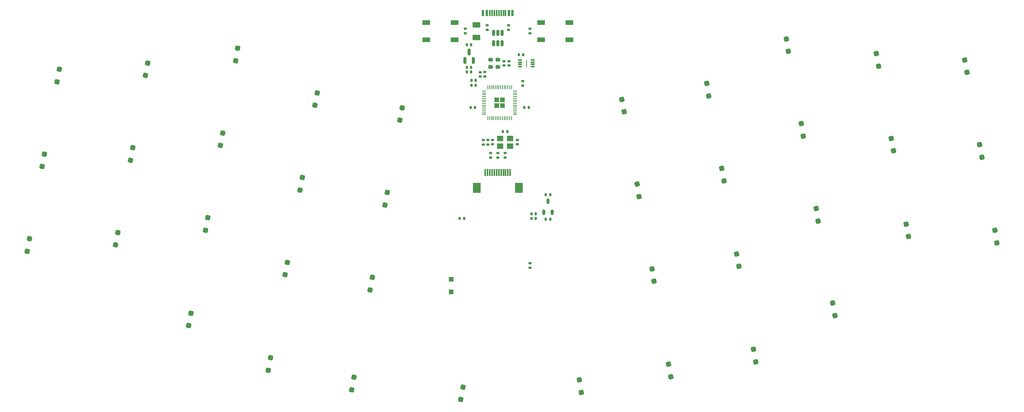
<source format=gbr>
%TF.GenerationSoftware,KiCad,Pcbnew,8.0.8*%
%TF.CreationDate,2025-03-23T01:31:30+01:00*%
%TF.ProjectId,Le Chisoffre,4c652043-6869-4736-9f66-6672652e6b69,rev?*%
%TF.SameCoordinates,Original*%
%TF.FileFunction,Paste,Bot*%
%TF.FilePolarity,Positive*%
%FSLAX46Y46*%
G04 Gerber Fmt 4.6, Leading zero omitted, Abs format (unit mm)*
G04 Created by KiCad (PCBNEW 8.0.8) date 2025-03-23 01:31:30*
%MOMM*%
%LPD*%
G01*
G04 APERTURE LIST*
G04 Aperture macros list*
%AMRoundRect*
0 Rectangle with rounded corners*
0 $1 Rounding radius*
0 $2 $3 $4 $5 $6 $7 $8 $9 X,Y pos of 4 corners*
0 Add a 4 corners polygon primitive as box body*
4,1,4,$2,$3,$4,$5,$6,$7,$8,$9,$2,$3,0*
0 Add four circle primitives for the rounded corners*
1,1,$1+$1,$2,$3*
1,1,$1+$1,$4,$5*
1,1,$1+$1,$6,$7*
1,1,$1+$1,$8,$9*
0 Add four rect primitives between the rounded corners*
20,1,$1+$1,$2,$3,$4,$5,0*
20,1,$1+$1,$4,$5,$6,$7,0*
20,1,$1+$1,$6,$7,$8,$9,0*
20,1,$1+$1,$8,$9,$2,$3,0*%
G04 Aperture macros list end*
%ADD10RoundRect,0.250000X0.347537X-0.243348X0.243348X0.347537X-0.347537X0.243348X-0.243348X-0.347537X0*%
%ADD11RoundRect,0.140000X0.170000X-0.140000X0.170000X0.140000X-0.170000X0.140000X-0.170000X-0.140000X0*%
%ADD12RoundRect,0.250000X0.243348X-0.347537X0.347537X0.243348X-0.243348X0.347537X-0.347537X-0.243348X0*%
%ADD13RoundRect,0.200000X-0.275000X0.200000X-0.275000X-0.200000X0.275000X-0.200000X0.275000X0.200000X0*%
%ADD14RoundRect,0.250000X0.300000X-0.300000X0.300000X0.300000X-0.300000X0.300000X-0.300000X-0.300000X0*%
%ADD15R,0.900000X0.300000*%
%ADD16R,0.250000X1.650000*%
%ADD17R,0.600000X1.450000*%
%ADD18R,0.300000X1.450000*%
%ADD19RoundRect,0.250000X-0.625000X0.375000X-0.625000X-0.375000X0.625000X-0.375000X0.625000X0.375000X0*%
%ADD20RoundRect,0.140000X-0.140000X-0.170000X0.140000X-0.170000X0.140000X0.170000X-0.140000X0.170000X0*%
%ADD21RoundRect,0.135000X0.135000X0.185000X-0.135000X0.185000X-0.135000X-0.185000X0.135000X-0.185000X0*%
%ADD22RoundRect,0.150000X0.150000X-0.450000X0.150000X0.450000X-0.150000X0.450000X-0.150000X-0.450000X0*%
%ADD23RoundRect,0.140000X0.140000X0.170000X-0.140000X0.170000X-0.140000X-0.170000X0.140000X-0.170000X0*%
%ADD24RoundRect,0.250000X0.292217X0.292217X-0.292217X0.292217X-0.292217X-0.292217X0.292217X-0.292217X0*%
%ADD25RoundRect,0.050000X0.387500X0.050000X-0.387500X0.050000X-0.387500X-0.050000X0.387500X-0.050000X0*%
%ADD26RoundRect,0.050000X0.050000X0.387500X-0.050000X0.387500X-0.050000X-0.387500X0.050000X-0.387500X0*%
%ADD27R,1.700000X1.000000*%
%ADD28RoundRect,0.135000X-0.185000X0.135000X-0.185000X-0.135000X0.185000X-0.135000X0.185000X0.135000X0*%
%ADD29RoundRect,0.150000X0.150000X-0.512500X0.150000X0.512500X-0.150000X0.512500X-0.150000X-0.512500X0*%
%ADD30RoundRect,0.135000X0.185000X-0.135000X0.185000X0.135000X-0.185000X0.135000X-0.185000X-0.135000X0*%
%ADD31R,1.400000X1.200000*%
%ADD32RoundRect,0.150000X0.150000X-0.587500X0.150000X0.587500X-0.150000X0.587500X-0.150000X-0.587500X0*%
%ADD33RoundRect,0.140000X-0.170000X0.140000X-0.170000X-0.140000X0.170000X-0.140000X0.170000X0.140000X0*%
%ADD34R,0.300000X1.600000*%
%ADD35R,1.800000X2.200000*%
%ADD36RoundRect,0.135000X-0.135000X-0.185000X0.135000X-0.185000X0.135000X0.185000X-0.135000X0.185000X0*%
G04 APERTURE END LIST*
D10*
%TO.C,D28*%
X221737759Y-84101334D03*
X221251545Y-81343872D03*
%TD*%
%TO.C,D35*%
X207889548Y-115268805D03*
X207403334Y-112511343D03*
%TD*%
D11*
%TO.C,C15*%
X156368750Y-54141250D03*
X156368750Y-53181250D03*
%TD*%
D10*
%TO.C,D16*%
X182099465Y-78710554D03*
X181613251Y-75953092D03*
%TD*%
D12*
%TO.C,D32*%
X100060307Y-117137466D03*
X100546521Y-114380004D03*
%TD*%
D13*
%TO.C,R7*%
X150812500Y-48387500D03*
X150812500Y-50037500D03*
%TD*%
D10*
%TO.C,D40*%
X189119806Y-118558515D03*
X188633592Y-115801053D03*
%TD*%
%TO.C,D27*%
X204168051Y-94163144D03*
X203681837Y-91405682D03*
%TD*%
D12*
%TO.C,D25*%
X122542392Y-99339802D03*
X123028606Y-96582340D03*
%TD*%
D13*
%TO.C,R8*%
X149225000Y-48387500D03*
X149225000Y-50037500D03*
%TD*%
D12*
%TO.C,D2*%
X72876624Y-51894633D03*
X73362838Y-49137171D03*
%TD*%
%TO.C,D4*%
X110397800Y-58510629D03*
X110884014Y-55753167D03*
%TD*%
%TO.C,D11*%
X49981039Y-72037370D03*
X50467253Y-69279908D03*
%TD*%
D11*
%TO.C,C4*%
X147968732Y-52116199D03*
X147968732Y-51156199D03*
%TD*%
D14*
%TO.C,D41*%
X140493750Y-99825000D03*
X140493750Y-97025000D03*
%TD*%
D12*
%TO.C,D31*%
X82457518Y-107263262D03*
X82943732Y-104505800D03*
%TD*%
D15*
%TO.C,IC1*%
X158562500Y-48462500D03*
X158562500Y-48962500D03*
X158562500Y-49462500D03*
X158562500Y-49962500D03*
X155762500Y-49962500D03*
X155762500Y-49462500D03*
X155762500Y-48962500D03*
X155762500Y-48462500D03*
D16*
X157162500Y-49212500D03*
%TD*%
D10*
%TO.C,D10*%
X254627738Y-51220517D03*
X254141524Y-48463055D03*
%TD*%
%TO.C,D8*%
X215121764Y-46580159D03*
X214635550Y-43822697D03*
%TD*%
D17*
%TO.C,J1*%
X147562500Y-38100000D03*
X148362500Y-38100000D03*
D18*
X149562500Y-38100000D03*
X150562500Y-38100000D03*
X151062500Y-38100000D03*
X152062500Y-38100000D03*
D17*
X153262500Y-38100000D03*
X154062500Y-38100000D03*
X154062500Y-38100000D03*
X153262500Y-38100000D03*
D18*
X152562500Y-38100000D03*
X151562500Y-38100000D03*
X150062500Y-38100000D03*
X149062500Y-38100000D03*
D17*
X148362500Y-38100000D03*
X147562500Y-38100000D03*
%TD*%
D10*
%TO.C,D39*%
X169311857Y-122028731D03*
X168825643Y-119271269D03*
%TD*%
D19*
%TO.C,F1*%
X146050000Y-40668750D03*
X146050000Y-43468750D03*
%TD*%
D10*
%TO.C,D6*%
X178791467Y-59949967D03*
X178305253Y-57192505D03*
%TD*%
D20*
%TO.C,C16*%
X143982500Y-45143750D03*
X144942500Y-45143750D03*
%TD*%
D21*
%TO.C,R10*%
X143385000Y-83543750D03*
X142365000Y-83543750D03*
%TD*%
D10*
%TO.C,D18*%
X218429761Y-65340746D03*
X217943547Y-62583284D03*
%TD*%
D12*
%TO.C,D15*%
X125850390Y-80579214D03*
X126336604Y-77821752D03*
%TD*%
D22*
%TO.C,U4*%
X162875000Y-82162500D03*
X160975000Y-82162500D03*
X161925000Y-79762500D03*
%TD*%
D23*
%TO.C,C20*%
X162405248Y-78331937D03*
X161445248Y-78331937D03*
%TD*%
D24*
%TO.C,U3*%
X151880000Y-58581250D03*
X151880000Y-57306250D03*
X150605000Y-58581250D03*
X150605000Y-57306250D03*
D25*
X154680000Y-55343750D03*
X154680000Y-55743750D03*
X154680000Y-56143750D03*
X154680000Y-56543750D03*
X154680000Y-56943750D03*
X154680000Y-57343750D03*
X154680000Y-57743750D03*
X154680000Y-58143750D03*
X154680000Y-58543750D03*
X154680000Y-58943750D03*
X154680000Y-59343750D03*
X154680000Y-59743750D03*
X154680000Y-60143750D03*
X154680000Y-60543750D03*
D26*
X153842500Y-61381250D03*
X153442500Y-61381250D03*
X153042500Y-61381250D03*
X152642500Y-61381250D03*
X152242500Y-61381250D03*
X151842500Y-61381250D03*
X151442500Y-61381250D03*
X151042500Y-61381250D03*
X150642500Y-61381250D03*
X150242500Y-61381250D03*
X149842500Y-61381250D03*
X149442500Y-61381250D03*
X149042500Y-61381250D03*
X148642500Y-61381250D03*
D25*
X147805000Y-60543750D03*
X147805000Y-60143750D03*
X147805000Y-59743750D03*
X147805000Y-59343750D03*
X147805000Y-58943750D03*
X147805000Y-58543750D03*
X147805000Y-58143750D03*
X147805000Y-57743750D03*
X147805000Y-57343750D03*
X147805000Y-56943750D03*
X147805000Y-56543750D03*
X147805000Y-56143750D03*
X147805000Y-55743750D03*
X147805000Y-55343750D03*
D26*
X148642500Y-54506250D03*
X149042500Y-54506250D03*
X149442500Y-54506250D03*
X149842500Y-54506250D03*
X150242500Y-54506250D03*
X150642500Y-54506250D03*
X151042500Y-54506250D03*
X151442500Y-54506250D03*
X151842500Y-54506250D03*
X152242500Y-54506250D03*
X152642500Y-54506250D03*
X153042500Y-54506250D03*
X153442500Y-54506250D03*
X153842500Y-54506250D03*
%TD*%
D23*
%TO.C,C11*%
X145743796Y-58948805D03*
X144783796Y-58948805D03*
%TD*%
%TO.C,C19*%
X159230000Y-83543750D03*
X158270000Y-83543750D03*
%TD*%
D10*
%TO.C,D36*%
X225426177Y-105019390D03*
X224939963Y-102261928D03*
%TD*%
%TO.C,D19*%
X238348148Y-68598955D03*
X237861934Y-65841493D03*
%TD*%
D12*
%TO.C,D38*%
X142631893Y-123616231D03*
X143118107Y-120858769D03*
%TD*%
D27*
%TO.C,SW1*%
X160362500Y-43968750D03*
X166662500Y-43968750D03*
X160362500Y-40168750D03*
X166662500Y-40168750D03*
%TD*%
D28*
%TO.C,R12*%
X152400000Y-69056250D03*
X152400000Y-70076250D03*
%TD*%
D11*
%TO.C,C2*%
X155127910Y-67155957D03*
X155127910Y-66195957D03*
%TD*%
D23*
%TO.C,C17*%
X144942500Y-51100000D03*
X143982500Y-51100000D03*
%TD*%
D10*
%TO.C,D7*%
X197518975Y-56454363D03*
X197032761Y-53696901D03*
%TD*%
D20*
%TO.C,C18*%
X158270000Y-82550000D03*
X159230000Y-82550000D03*
%TD*%
D12*
%TO.C,D13*%
X89487013Y-67397013D03*
X89973227Y-64639551D03*
%TD*%
D10*
%TO.C,D17*%
X200826973Y-75214951D03*
X200340759Y-72457489D03*
%TD*%
D11*
%TO.C,C8*%
X146940809Y-52126373D03*
X146940809Y-51166373D03*
%TD*%
D12*
%TO.C,D12*%
X69568626Y-70655221D03*
X70054840Y-67897759D03*
%TD*%
%TO.C,D1*%
X53289037Y-53276783D03*
X53775251Y-50519321D03*
%TD*%
D29*
%TO.C,U1*%
X151762500Y-44793750D03*
X150812500Y-44793750D03*
X149862500Y-44793750D03*
X149862500Y-42518750D03*
X150812500Y-42518750D03*
X151762500Y-42518750D03*
%TD*%
D28*
%TO.C,R13*%
X150812500Y-69056250D03*
X150812500Y-70076250D03*
%TD*%
D20*
%TO.C,C1*%
X155482331Y-47306956D03*
X156442331Y-47306956D03*
%TD*%
D23*
%TO.C,C9*%
X145954723Y-54044548D03*
X144994723Y-54044548D03*
%TD*%
D12*
%TO.C,D23*%
X86179016Y-86157601D03*
X86665230Y-83400139D03*
%TD*%
D28*
%TO.C,R3*%
X148431250Y-40765000D03*
X148431250Y-41785000D03*
%TD*%
D20*
%TO.C,C12*%
X156690046Y-58948805D03*
X157650046Y-58948805D03*
%TD*%
D10*
%TO.C,D29*%
X241689226Y-87547149D03*
X241203012Y-84789687D03*
%TD*%
D30*
%TO.C,R9*%
X157956250Y-94456250D03*
X157956250Y-93436250D03*
%TD*%
D23*
%TO.C,C21*%
X162405000Y-83743750D03*
X161445000Y-83743750D03*
%TD*%
D31*
%TO.C,Y1*%
X151300000Y-65825000D03*
X153500000Y-65825000D03*
X153500000Y-67525000D03*
X151300000Y-67525000D03*
%TD*%
D27*
%TO.C,SWR1*%
X141262500Y-40168750D03*
X134962500Y-40168750D03*
X141262500Y-43968750D03*
X134962500Y-43968750D03*
%TD*%
D23*
%TO.C,C14*%
X145955013Y-52993014D03*
X144995013Y-52993014D03*
%TD*%
D12*
%TO.C,D21*%
X46673041Y-90797958D03*
X47159255Y-88040496D03*
%TD*%
%TO.C,D14*%
X107089802Y-77271217D03*
X107576016Y-74513755D03*
%TD*%
D28*
%TO.C,R5*%
X143668750Y-41558750D03*
X143668750Y-42578750D03*
%TD*%
D12*
%TO.C,D22*%
X66260629Y-89415809D03*
X66746843Y-86658347D03*
%TD*%
D28*
%TO.C,R4*%
X153193750Y-40765000D03*
X153193750Y-41785000D03*
%TD*%
D11*
%TO.C,C3*%
X149682815Y-67155000D03*
X149682815Y-66195000D03*
%TD*%
D10*
%TO.C,D26*%
X185407463Y-97471142D03*
X184921249Y-94713680D03*
%TD*%
D32*
%TO.C,U2*%
X145412500Y-48562500D03*
X143512500Y-48562500D03*
X144462500Y-46687500D03*
%TD*%
D33*
%TO.C,C10*%
X148609539Y-66212358D03*
X148609539Y-67172358D03*
%TD*%
D34*
%TO.C,J2*%
X153562500Y-73406250D03*
X153062500Y-73406250D03*
X152562500Y-73406250D03*
X152062500Y-73406250D03*
X151562500Y-73406250D03*
X151062500Y-73406250D03*
X150562500Y-73406250D03*
X150062500Y-73406250D03*
X149562500Y-73406250D03*
X149062500Y-73406250D03*
X148562500Y-73406250D03*
X148062500Y-73406250D03*
D35*
X155462500Y-76806250D03*
X146162500Y-76806250D03*
%TD*%
D10*
%TO.C,D9*%
X235040150Y-49838367D03*
X234553936Y-47080905D03*
%TD*%
D12*
%TO.C,D24*%
X103781804Y-96031804D03*
X104268018Y-93274342D03*
%TD*%
D20*
%TO.C,C7*%
X143982500Y-50106250D03*
X144942500Y-50106250D03*
%TD*%
D12*
%TO.C,D37*%
X118491255Y-121466809D03*
X118977469Y-118709347D03*
%TD*%
%TO.C,D5*%
X129158387Y-61818627D03*
X129644601Y-59061165D03*
%TD*%
D11*
%TO.C,C13*%
X152221837Y-49690534D03*
X152221837Y-48730534D03*
%TD*%
D30*
%TO.C,R11*%
X149225000Y-70076250D03*
X149225000Y-69056250D03*
%TD*%
D36*
%TO.C,R6*%
X151890000Y-64293750D03*
X152910000Y-64293750D03*
%TD*%
D12*
%TO.C,D3*%
X92795011Y-48636426D03*
X93281225Y-45878964D03*
%TD*%
D33*
%TO.C,C6*%
X147622780Y-66204935D03*
X147622780Y-67164935D03*
%TD*%
D10*
%TO.C,D20*%
X257935735Y-69981104D03*
X257449521Y-67223642D03*
%TD*%
D30*
%TO.C,R2*%
X157956250Y-42578750D03*
X157956250Y-41558750D03*
%TD*%
D11*
%TO.C,C5*%
X153293750Y-49692500D03*
X153293750Y-48732500D03*
%TD*%
D10*
%TO.C,D30*%
X261276813Y-88929298D03*
X260790599Y-86171836D03*
%TD*%
M02*

</source>
